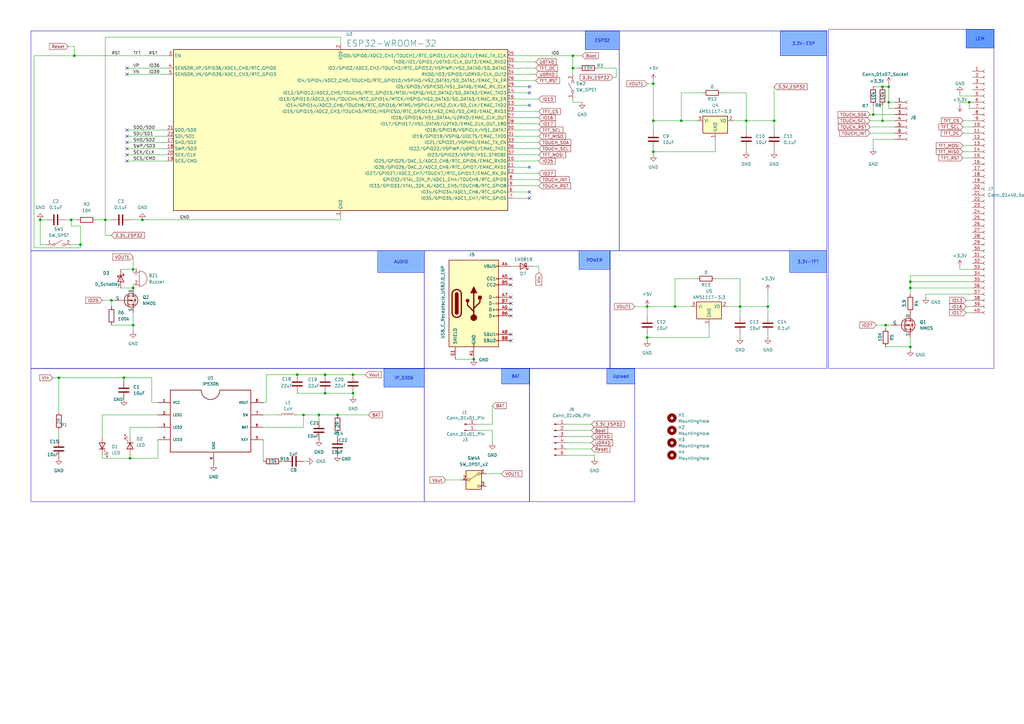
<source format=kicad_sch>
(kicad_sch (version 20231120) (generator "eeschema") (generator_version "8.0")
  (paper "A3")
  (lib_symbols
    (symbol "Connector:Conn_01x01_Pin" (pin_names (offset 1.016) hide)
      (property "Reference" "J" (at 0 2.54 0))
      (property "Value" "Conn_01x01_Pin" (at 0 -2.54 0))
      (symbol "Conn_01x01_Pin_1_1"
        (pin passive line (at 5.08 0 180) (length 3.81) (name "Pin_1") (number "1"))
      )
    )
    (symbol "Connector:Conn_01x06_Pin" (pin_names (offset 1.016) hide)
      (property "Reference" "J" (at 0 7.62 0))
      (property "Value" "Conn_01x06_Pin" (at 0 -10.16 0))
      (symbol "Conn_01x06_Pin_1_1"
        (pin passive line (at 5.08 5.08 180) (length 3.81) (name "Pin_1") (number "1"))
        (pin passive line (at 5.08 2.54 180) (length 3.81) (name "Pin_2") (number "2"))
        (pin passive line (at 5.08 0 180) (length 3.81) (name "Pin_3") (number "3"))
        (pin passive line (at 5.08 -2.54 180) (length 3.81) (name "Pin_4") (number "4"))
        (pin passive line (at 5.08 -5.08 180) (length 3.81) (name "Pin_5") (number "5"))
        (pin passive line (at 5.08 -7.62 180) (length 3.81) (name "Pin_6") (number "6"))
      )
    )
    (symbol "Connector:Conn_01x07_Socket" (pin_names (offset 1.016) hide)
      (property "Reference" "J" (at 0 10.16 0))
      (property "Value" "Conn_01x07_Socket" (at 0 -10.16 0))
      (symbol "Conn_01x07_Socket_1_1"
        (pin passive line (at -5.08 7.62 0) (length 3.81) (name "Pin_1") (number "1"))
        (pin passive line (at -5.08 5.08 0) (length 3.81) (name "Pin_2") (number "2"))
        (pin passive line (at -5.08 2.54 0) (length 3.81) (name "Pin_3") (number "3"))
        (pin passive line (at -5.08 0 0) (length 3.81) (name "Pin_4") (number "4"))
        (pin passive line (at -5.08 -2.54 0) (length 3.81) (name "Pin_5") (number "5"))
        (pin passive line (at -5.08 -5.08 0) (length 3.81) (name "Pin_6") (number "6"))
        (pin passive line (at -5.08 -7.62 0) (length 3.81) (name "Pin_7") (number "7"))
      )
    )
    (symbol "Connector:Conn_01x40_Socket" (pin_names (offset 1.016) hide)
      (property "Reference" "J" (at 0 50.8 0))
      (property "Value" "Conn_01x40_Socket" (at 0 -53.34 0))
      (symbol "Conn_01x40_Socket_1_1"
        (pin passive line (at -5.08 48.26 0) (length 3.81) (name "Pin_1") (number "1"))
        (pin passive line (at -5.08 25.4 0) (length 3.81) (name "Pin_10") (number "10"))
        (pin passive line (at -5.08 22.86 0) (length 3.81) (name "Pin_11") (number "11"))
        (pin passive line (at -5.08 20.32 0) (length 3.81) (name "Pin_12") (number "12"))
        (pin passive line (at -5.08 17.78 0) (length 3.81) (name "Pin_13") (number "13"))
        (pin passive line (at -5.08 15.24 0) (length 3.81) (name "Pin_14") (number "14"))
        (pin passive line (at -5.08 12.7 0) (length 3.81) (name "Pin_15") (number "15"))
        (pin passive line (at -5.08 10.16 0) (length 3.81) (name "Pin_16") (number "16"))
        (pin passive line (at -5.08 7.62 0) (length 3.81) (name "Pin_17") (number "17"))
        (pin passive line (at -5.08 5.08 0) (length 3.81) (name "Pin_18") (number "18"))
        (pin passive line (at -5.08 2.54 0) (length 3.81) (name "Pin_19") (number "19"))
        (pin passive line (at -5.08 45.72 0) (length 3.81) (name "Pin_2") (number "2"))
        (pin passive line (at -5.08 0 0) (length 3.81) (name "Pin_20") (number "20"))
        (pin passive line (at -5.08 -2.54 0) (length 3.81) (name "Pin_21") (number "21"))
        (pin passive line (at -5.08 -5.08 0) (length 3.81) (name "Pin_22") (number "22"))
        (pin passive line (at -5.08 -7.62 0) (length 3.81) (name "Pin_23") (number "23"))
        (pin passive line (at -5.08 -10.16 0) (length 3.81) (name "Pin_24") (number "24"))
        (pin passive line (at -5.08 -12.7 0) (length 3.81) (name "Pin_25") (number "25"))
        (pin passive line (at -5.08 -15.24 0) (length 3.81) (name "Pin_26") (number "26"))
        (pin passive line (at -5.08 -17.78 0) (length 3.81) (name "Pin_27") (number "27"))
        (pin passive line (at -5.08 -20.32 0) (length 3.81) (name "Pin_28") (number "28"))
        (pin passive line (at -5.08 -22.86 0) (length 3.81) (name "Pin_29") (number "29"))
        (pin passive line (at -5.08 43.18 0) (length 3.81) (name "Pin_3") (number "3"))
        (pin passive line (at -5.08 -25.4 0) (length 3.81) (name "Pin_30") (number "30"))
        (pin passive line (at -5.08 -27.94 0) (length 3.81) (name "Pin_31") (number "31"))
        (pin passive line (at -5.08 -30.48 0) (length 3.81) (name "Pin_32") (number "32"))
        (pin passive line (at -5.08 -33.02 0) (length 3.81) (name "Pin_33") (number "33"))
        (pin passive line (at -5.08 -35.56 0) (length 3.81) (name "Pin_34") (number "34"))
        (pin passive line (at -5.08 -38.1 0) (length 3.81) (name "Pin_35") (number "35"))
        (pin passive line (at -5.08 -40.64 0) (length 3.81) (name "Pin_36") (number "36"))
        (pin passive line (at -5.08 -43.18 0) (length 3.81) (name "Pin_37") (number "37"))
        (pin passive line (at -5.08 -45.72 0) (length 3.81) (name "Pin_38") (number "38"))
        (pin passive line (at -5.08 -48.26 0) (length 3.81) (name "Pin_39") (number "39"))
        (pin passive line (at -5.08 40.64 0) (length 3.81) (name "Pin_4") (number "4"))
        (pin passive line (at -5.08 -50.8 0) (length 3.81) (name "Pin_40") (number "40"))
        (pin passive line (at -5.08 38.1 0) (length 3.81) (name "Pin_5") (number "5"))
        (pin passive line (at -5.08 35.56 0) (length 3.81) (name "Pin_6") (number "6"))
        (pin passive line (at -5.08 33.02 0) (length 3.81) (name "Pin_7") (number "7"))
        (pin passive line (at -5.08 30.48 0) (length 3.81) (name "Pin_8") (number "8"))
        (pin passive line (at -5.08 27.94 0) (length 3.81) (name "Pin_9") (number "9"))
      )
    )
    (symbol "Connector:USB_C_Receptacle_USB2.0_16P" (pin_names (offset 1.016))
      (property "Reference" "J" (at 0 22.225 0))
      (property "Value" "USB_C_Receptacle_USB2.0_16P" (at 0 19.685 0))
      (symbol "USB_C_Receptacle_USB2.0_16P_1_1"
        (pin passive line (at 0 -22.86 90) (length 5.08) (name "GND") (number "A1"))
        (pin passive line (at 0 -22.86 90) (length 5.08) hide (name "GND") (number "A12"))
        (pin passive line (at 15.24 15.24 180) (length 5.08) (name "VBUS") (number "A4"))
        (pin bidirectional line (at 15.24 10.16 180) (length 5.08) (name "CC1") (number "A5"))
        (pin bidirectional line (at 15.24 -2.54 180) (length 5.08) (name "D+") (number "A6"))
        (pin bidirectional line (at 15.24 2.54 180) (length 5.08) (name "D-") (number "A7"))
        (pin bidirectional line (at 15.24 -12.7 180) (length 5.08) (name "SBU1") (number "A8"))
        (pin passive line (at 15.24 15.24 180) (length 5.08) hide (name "VBUS") (number "A9"))
        (pin passive line (at 0 -22.86 90) (length 5.08) hide (name "GND") (number "B1"))
        (pin passive line (at 0 -22.86 90) (length 5.08) hide (name "GND") (number "B12"))
        (pin passive line (at 15.24 15.24 180) (length 5.08) hide (name "VBUS") (number "B4"))
        (pin bidirectional line (at 15.24 7.62 180) (length 5.08) (name "CC2") (number "B5"))
        (pin bidirectional line (at 15.24 -5.08 180) (length 5.08) (name "D+") (number "B6"))
        (pin bidirectional line (at 15.24 0 180) (length 5.08) (name "D-") (number "B7"))
        (pin bidirectional line (at 15.24 -15.24 180) (length 5.08) (name "SBU2") (number "B8"))
        (pin passive line (at 15.24 15.24 180) (length 5.08) hide (name "VBUS") (number "B9"))
        (pin passive line (at -7.62 -22.86 90) (length 5.08) (name "SHIELD") (number "S1"))
      )
    )
    (symbol "Device:Buzzer" (pin_names (offset 0.0254) hide)
      (property "Reference" "BZ" (at 3.81 1.27 0))
      (property "Value" "Buzzer" (at 3.81 -1.27 0))
      (symbol "Buzzer_1_1"
        (pin passive line (at -2.54 2.54 0) (length 2.54) (name "+") (number "1"))
        (pin passive line (at -2.54 -2.54 0) (length 2.54) (name "-") (number "2"))
      )
    )
    (symbol "Device:C" (pin_numbers hide) (pin_names (offset 0.254))
      (property "Reference" "C" (at 0.635 2.54 0))
      (property "Value" "C" (at 0.635 -2.54 0))
      (symbol "C_1_1"
        (pin passive line (at 0 3.81 270) (length 2.794) (name "~") (number "1"))
        (pin passive line (at 0 -3.81 90) (length 2.794) (name "~") (number "2"))
      )
    )
    (symbol "Device:D_Schottky" (pin_numbers hide) (pin_names (offset 1.016) hide)
      (property "Reference" "D" (at 0 2.54 0))
      (property "Value" "D_Schottky" (at 0 -2.54 0))
      (symbol "D_Schottky_1_1"
        (pin passive line (at -3.81 0 0) (length 2.54) (name "K") (number "1"))
        (pin passive line (at 3.81 0 180) (length 2.54) (name "A") (number "2"))
      )
    )
    (symbol "Device:LED" (pin_numbers hide) (pin_names (offset 1.016) hide)
      (property "Reference" "D" (at 0 2.54 0))
      (property "Value" "LED" (at 0 -2.54 0))
      (symbol "LED_1_1"
        (pin passive line (at -3.81 0 0) (length 2.54) (name "K") (number "1"))
        (pin passive line (at 3.81 0 180) (length 2.54) (name "A") (number "2"))
      )
    )
    (symbol "Device:R" (pin_numbers hide) (pin_names (offset 0))
      (property "Reference" "R" (at 2.032 0 90))
      (property "Value" "R" (at 0 0 90))
      (symbol "R_1_1"
        (pin passive line (at 0 3.81 270) (length 1.27) (name "~") (number "1"))
        (pin passive line (at 0 -3.81 90) (length 1.27) (name "~") (number "2"))
      )
    )
    (symbol "Diode:1N5819" (pin_numbers hide) (pin_names (offset 1.016) hide)
      (property "Reference" "D" (at 0 2.54 0))
      (property "Value" "1N5819" (at 0 -2.54 0))
      (symbol "1N5819_1_1"
        (pin passive line (at -3.81 0 0) (length 2.54) (name "K") (number "1"))
        (pin passive line (at 3.81 0 180) (length 2.54) (name "A") (number "2"))
      )
    )
    (symbol "IP5306:IP5306" (pin_names (offset 1.016))
      (property "Reference" "U" (at 12.7 17.78 0))
      (property "Value" "IP5306" (at 12.7 15.24 0))
      (symbol "IP5306_0_0"
        (pin power_in line (at -5.08 20.32 0) (length 5.08) (name "VCC") (number "1"))
        (pin output line (at -5.08 15.24 0) (length 5.08) (name "LED1") (number "2"))
        (pin output line (at -5.08 10.16 0) (length 5.08) (name "LED2") (number "3"))
        (pin output line (at -5.08 5.08 0) (length 5.08) (name "LED3") (number "4"))
        (pin input line (at 38.1 5.08 180) (length 5.08) (name "KEY") (number "5"))
        (pin input line (at 38.1 10.16 180) (length 5.08) (name "BAT") (number "6"))
        (pin output line (at 38.1 15.24 180) (length 5.08) (name "SW") (number "7"))
        (pin output line (at 38.1 20.32 180) (length 5.08) (name "VOUT") (number "8"))
        (pin power_in line (at 17.78 -5.08 90) (length 5.08) (name "GND") (number "9"))
      )
    )
    (symbol "Mechanical:MountingHole" (pin_names (offset 1.016)) (exclude_from_sim yes) (in_bom no)
      (property "Reference" "H" (at 0 5.08 0))
      (property "Value" "MountingHole" (at 0 3.175 0))
    )
    (symbol "NMOS_1" (pin_numbers hide) (pin_names (offset 0))
      (property "Reference" "Q2" (at 6.35 1.2701 0))
      (property "Value" "NMOS" (at 6.35 -1.2699 0))
      (symbol "NMOS_1_1_1"
        (pin input line (at -5.08 0 0) (length 2.54) (name "G") (number "1"))
        (pin passive line (at 2.54 -5.08 90) (length 2.54) (name "S") (number "2"))
        (pin passive line (at 2.54 5.08 270) (length 2.54) (name "D") (number "3"))
      )
    )
    (symbol "Regulator_Linear:AMS1117-3.3"
      (property "Reference" "U" (at -3.81 3.175 0))
      (property "Value" "AMS1117-3.3" (at 0 3.175 0))
      (symbol "AMS1117-3.3_1_1"
        (pin power_in line (at 0 -7.62 90) (length 2.54) (name "GND") (number "1"))
        (pin power_out line (at 7.62 0 180) (length 2.54) (name "VO") (number "2"))
        (pin power_in line (at -7.62 0 0) (length 2.54) (name "VI") (number "3"))
      )
    )
    (symbol "Simulation_SPICE:NMOS" (pin_numbers hide) (pin_names (offset 0))
      (property "Reference" "Q1" (at 6.35 1.2701 0))
      (property "Value" "NMOS" (at 6.35 -1.2699 0))
      (symbol "NMOS_1_1"
        (pin input line (at -5.08 0 0) (length 2.54) (name "G") (number "1"))
        (pin passive line (at 2.54 -5.08 90) (length 2.54) (name "S") (number "2"))
        (pin passive line (at 2.54 5.08 270) (length 2.54) (name "D") (number "3"))
      )
    )
    (symbol "Switch:SW_DPDT_x2" (pin_names (offset 0) hide)
      (property "Reference" "SW" (at 0 5.08 0))
      (property "Value" "SW_DPDT_x2" (at 0 -5.08 0))
      (symbol "SW_DPDT_x2_1_1"
        (pin passive line (at 5.08 2.54 180) (length 2.54) (name "A") (number "1"))
        (pin passive line (at -5.08 0 0) (length 2.54) (name "B") (number "2"))
        (pin passive line (at 5.08 -2.54 180) (length 2.54) (name "C") (number "3"))
      )
      (symbol "SW_DPDT_x2_2_1"
        (pin passive line (at 5.08 2.54 180) (length 2.54) (name "A") (number "4"))
        (pin passive line (at -5.08 0 0) (length 2.54) (name "B") (number "5"))
        (pin passive line (at 5.08 -2.54 180) (length 2.54) (name "C") (number "6"))
      )
    )
    (symbol "Switch:SW_SPST" (pin_names (offset 0) hide)
      (property "Reference" "SW" (at 0 3.175 0))
      (property "Value" "SW_SPST" (at 0 -2.54 0))
      (symbol "SW_SPST_1_1"
        (pin passive line (at -5.08 0 0) (length 2.54) (name "A") (number "1"))
        (pin passive line (at 5.08 0 180) (length 2.54) (name "B") (number "2"))
      )
    )
    (symbol "Symbols:ESP32-WROOM-32"
      (property "Reference" "U" (at -68.58 36.83 0))
      (property "Value" "ESP32-WROOM-32" (at 31.75 38.1 0))
      (symbol "ESP32-WROOM-32_1_1"
        (pin power_in line (at 0 -33.02 90) (length 2.54) (name "GND") (number "1"))
        (pin bidirectional line (at 71.12 -10.16 180) (length 2.54) (name "IO25/GPIO25/DAC_1/ADC2_CH8/RTC_GPIO6/EMAC_RXD0") (number "10"))
        (pin bidirectional line (at 71.12 -12.7 180) (length 2.54) (name "IO26/GPIO26/DAC_2/ADC2_CH9/RTC_GPIO7/EMAC_RXD1") (number "11"))
        (pin bidirectional line (at 71.12 -15.24 180) (length 2.54) (name "IO27/GPIO27/ADC2_CH7/TOUCH7/RTC_GPIO17/EMAC_RX_DV") (number "12"))
        (pin bidirectional line (at 71.12 12.7 180) (length 2.54) (name "IO14/GPIO14/ADC2_CH6/TOUCH6/RTC_GPIO16/MTMS/HSPICLK/HS2_CLK/SD_CLK/EMAC_TXD2") (number "13"))
        (pin bidirectional line (at 71.12 17.78 180) (length 2.54) (name "IO12/GPIO12/ADC2_CH5/TOUCH5/RTC_GPIO15/MTDI/HSPIQ/HS2_DATA2/SD_DATA2/EMAC_TXD3") (number "14"))
        (pin passive line (at 0 -33.02 90) (length 2.54) hide (name "GND") (number "15"))
        (pin bidirectional line (at 71.12 15.24 180) (length 2.54) (name "IO13/GPIO13/ADC2_CH4/TOUCH4/RTC_GPIO14/MTCK/HSPID/HS2_DATA3/SD_DATA3/EMAC_RX_ER") (number "16"))
        (pin bidirectional line (at -71.12 -2.54 0) (length 2.54) (name "SHD/SD2") (number "17"))
        (pin bidirectional line (at -71.12 -5.08 0) (length 2.54) (name "SWP/SD3") (number "18"))
        (pin bidirectional line (at -71.12 -10.16 0) (length 2.54) (name "SCS/CMD") (number "19"))
        (pin power_in line (at 0 38.1 270) (length 2.54) (name "VDD") (number "2"))
        (pin bidirectional line (at -71.12 -7.62 0) (length 2.54) (name "SCK/CLK") (number "20"))
        (pin bidirectional line (at -71.12 2.54 0) (length 2.54) (name "SDO/SD0") (number "21"))
        (pin bidirectional line (at -71.12 0 0) (length 2.54) (name "SDI/SD1") (number "22"))
        (pin bidirectional line (at 71.12 10.16 180) (length 2.54) (name "IO15/GPIO15/ADC2_CH3/TOUCH3/MTDO/HSPICSO/RTC_GPIO13/HS2_CMD/SD_CMD/EMAC_RXD3") (number "23"))
        (pin bidirectional line (at 71.12 27.94 180) (length 2.54) (name "IO2/GPIO2/ADC2_CH2/TOUCH2/RTC_GPIO12/HSPIWP/HS2_DATA0/SD_DATAO") (number "24"))
        (pin bidirectional line (at 71.12 33.02 180) (length 2.54) (name "IO0/GPIO0/ADC2_CH1/TOUCH1/RTC_GPIO11/CLK_OUT1/EMAC_TX_CLK") (number "25"))
        (pin bidirectional line (at 71.12 22.86 180) (length 2.54) (name "IO4/GPIO4/ADC2_CH0/TOUCHO/RTC_GPIO10/HSPIHD/HS2_DATA1/SD_DATA1/EMAC_TX_ER") (number "26"))
        (pin bidirectional line (at 71.12 7.62 180) (length 2.54) (name "IO16/GPIO16/HS1_DATA4/U2RXD/EMAC_CLK_OUT") (number "27"))
        (pin bidirectional line (at 71.12 5.08 180) (length 2.54) (name "IO17/GPIO17/HS1_DATA5/U2TXD/EMAC_CLK_OUT_180") (number "28"))
        (pin bidirectional line (at 71.12 20.32 180) (length 2.54) (name "IO5/GPIO5/VSPICSO/HS1_DATA6/EMAC_RX_CLK") (number "29"))
        (pin input line (at -71.12 33.02 0) (length 2.54) (name "EN") (number "3"))
        (pin bidirectional line (at 71.12 2.54 180) (length 2.54) (name "IO18/GPIO18/VSPICLK/HS1_DATA7") (number "30"))
        (pin bidirectional line (at 71.12 0 180) (length 2.54) (name "IO19/GPIO19/VSPIQ/UOCTS/EMAC_TXD0") (number "31"))
        (pin no_connect line (at -71.12 -20.32 0) (length 2.54) hide (name "NC") (number "32"))
        (pin bidirectional line (at 71.12 -2.54 180) (length 2.54) (name "IO21/GPIO21/VSPIHD/EMAC_TX_EN") (number "33"))
        (pin bidirectional line (at 71.12 25.4 180) (length 2.54) (name "RXD0/IO3/GPIO3/U0RXD/CLK_OUT2") (number "34"))
        (pin bidirectional line (at 71.12 30.48 180) (length 2.54) (name "TXD0/IO1/GPIO1/U0TXD/CLK_OUT3/EMAC_RXD2") (number "35"))
        (pin bidirectional line (at 71.12 -5.08 180) (length 2.54) (name "IO22/GPIO22/VSPIWP/U0RTS/EMAC_TXD1") (number "36"))
        (pin bidirectional line (at 71.12 -7.62 180) (length 2.54) (name "IO23/GPIO23/VSPID/HS1_STROBE") (number "37"))
        (pin passive line (at 0 -33.02 90) (length 2.54) hide (name "GND") (number "38"))
        (pin passive line (at 0 -33.02 90) (length 2.54) hide (name "GND") (number "39"))
        (pin input line (at -71.12 27.94 0) (length 2.54) (name "SENSOR_VP/GPIO36/ADC1_CH0/RTC_GPIO0") (number "4"))
        (pin input line (at -71.12 25.4 0) (length 2.54) (name "SENSOR_VN/GPIO39/ADC1_CH3/RTC_GPIO3") (number "5"))
        (pin input line (at 71.12 -22.86 180) (length 2.54) (name "IO34/GPIO34/ADC1_CH6/RTC_GPIO4") (number "6"))
        (pin input line (at 71.12 -25.4 180) (length 2.54) (name "IO35/GPIO35/ADC1_CH7/RTC_GPIO5") (number "7"))
        (pin bidirectional line (at 71.12 -17.78 180) (length 2.54) (name "GPIO32/XTAL_32K_P/ADC1_CH4/TOUCH9/RTC_GPIO9") (number "8"))
        (pin bidirectional line (at 71.12 -20.32 180) (length 2.54) (name "IO33/GPIO33/XTAL_32K_N/ADC1_CH5/TOUCH8/RTC_GPIO8") (number "9"))
      )
    )
    (symbol "Symbols:L" (pin_numbers hide) (pin_names (offset 1.016) hide)
      (property "Reference" "L" (at -1.27 0 90))
      (property "Value" "L" (at 1.905 0 90))
      (symbol "L_1_1"
        (pin passive line (at 0 3.81 270) (length 1.27) (name "1") (number "1"))
        (pin passive line (at 0 -3.81 90) (length 1.27) (name "2") (number "2"))
      )
    )
    (symbol "power:+3.3V" (power) (pin_numbers hide) (pin_names (offset 0) hide)
      (property "Value" "+3.3V" (at 0 3.556 0))
      (symbol "+3.3V_1_1"
        (pin power_in line (at 0 0 90) (length 0) (name "~") (number "1"))
      )
    )
    (symbol "power:+5V" (power) (pin_numbers hide) (pin_names (offset 0) hide)
      (property "Value" "+5V" (at 0 3.556 0))
      (symbol "+5V_1_1"
        (pin power_in line (at 0 0 90) (length 0) (name "~") (number "1"))
      )
    )
    (symbol "power:GND" (power) (pin_numbers hide) (pin_names (offset 0) hide)
      (property "Value" "GND" (at 0 -3.81 0))
      (symbol "GND_1_1"
        (pin power_in line (at 0 0 270) (length 0) (name "~") (number "1"))
      )
    )
  )
  (junction (at 364.49 41.91))
  (junction (at 58.42 90.17))
  (junction (at 130.81 170.18))
  (junction (at 373.38 115.57))
  (junction (at 138.43 170.18))
  (junction (at 133.35 153.67))
  (junction (at 373.38 118.11))
  (junction (at 24.13 154.94))
  (junction (at 234.95 22.86))
  (junction (at 364.49 35.56))
  (junction (at 373.38 142.24))
  (junction (at 133.35 161.29))
  (junction (at 265.43 125.73))
  (junction (at 317.5 49.53))
  (junction (at 361.95 35.56))
  (junction (at 121.92 153.67))
  (junction (at 45.72 123.19))
  (junction (at 267.97 62.23))
  (junction (at 276.86 125.73))
  (junction (at 144.78 161.29))
  (junction (at 361.95 49.53))
  (junction (at 363.22 133.35))
  (junction (at 16.51 90.17))
  (junction (at 54.61 133.35))
  (junction (at 194.31 147.32))
  (junction (at 144.78 153.67))
  (junction (at 279.4 49.53))
  (junction (at 265.43 138.43))
  (junction (at 33.02 100.33))
  (junction (at 306.07 49.53))
  (junction (at 397.51 41.91))
  (junction (at 267.97 34.29))
  (junction (at 314.96 125.73))
  (junction (at 303.53 125.73))
  (junction (at 54.61 118.11))
  (junction (at 267.97 49.53))
  (junction (at 30.48 22.86))
  (junction (at 43.18 90.17))
  (junction (at 29.21 90.17))
  (junction (at 124.46 170.18))
  (junction (at 358.14 46.99))
  (junction (at 50.8 154.94))
  (junction (at 54.61 110.49))
  (junction (at 234.95 27.94))
  (junction (at 53.34 187.96))
  (no_connect (at 217.17 78.74))
  (no_connect (at 52.07 66.04))
  (no_connect (at 209.55 127))
  (no_connect (at 209.55 137.16))
  (no_connect (at 217.17 81.28))
  (no_connect (at 52.07 30.48))
  (no_connect (at 209.55 121.92))
  (no_connect (at 209.55 114.3))
  (no_connect (at 52.07 53.34))
  (no_connect (at 209.55 124.46))
  (no_connect (at 52.07 27.94))
  (no_connect (at 217.17 43.18))
  (no_connect (at 52.07 60.96))
  (no_connect (at 209.55 116.84))
  (no_connect (at 217.17 38.1))
  (no_connect (at 209.55 139.7))
  (no_connect (at 217.17 35.56))
  (no_connect (at 209.55 129.54))
  (no_connect (at 52.07 63.5))
  (no_connect (at 217.17 68.58))
  (no_connect (at 52.07 55.88))
  (no_connect (at 52.07 58.42))
  (wire (pts (xy 68.58 22.86) (xy 30.48 22.86)))
  (wire (pts (xy 359.41 133.35) (xy 363.22 133.35)))
  (wire (pts (xy 24.13 176.53) (xy 24.13 180.34)))
  (wire (pts (xy 49.53 110.49) (xy 54.61 110.49)))
  (wire (pts (xy 133.35 161.29) (xy 144.78 161.29)))
  (wire (pts (xy 107.95 170.18) (xy 114.3 170.18)))
  (wire (pts (xy 210.82 73.66) (xy 220.98 73.66)))
  (wire (pts (xy 24.13 154.94) (xy 24.13 168.91)))
  (wire (pts (xy 267.97 62.23) (xy 267.97 63.5)))
  (wire (pts (xy 396.24 128.27) (xy 398.78 128.27)))
  (wire (pts (xy 300.99 49.53) (xy 306.07 49.53)))
  (wire (pts (xy 303.53 125.73) (xy 314.96 125.73)))
  (wire (pts (xy 396.24 123.19) (xy 398.78 123.19)))
  (wire (pts (xy 121.92 153.67) (xy 133.35 153.67)))
  (wire (pts (xy 54.61 116.84) (xy 54.61 118.11)))
  (wire (pts (xy 107.95 180.34) (xy 107.95 189.23)))
  (wire (pts (xy 30.48 22.86) (xy 13.97 22.86)))
  (wire (pts (xy 295.91 38.1) (xy 306.07 38.1)))
  (wire (pts (xy 358.14 46.99) (xy 367.03 46.99)))
  (wire (pts (xy 29.21 90.17) (xy 31.75 90.17)))
  (wire (pts (xy 361.95 43.18) (xy 361.95 49.53)))
  (wire (pts (xy 45.72 123.19) (xy 46.99 123.19)))
  (wire (pts (xy 210.82 60.96) (xy 220.98 60.96)))
  (wire (pts (xy 68.58 53.34) (xy 52.07 53.34)))
  (wire (pts (xy 124.46 170.18) (xy 130.81 170.18)))
  (wire (pts (xy 16.51 100.33) (xy 16.51 90.17)))
  (wire (pts (xy 115.57 189.23) (xy 116.84 189.23)))
  (wire (pts (xy 232.41 186.69) (xy 243.84 186.69)))
  (wire (pts (xy 373.38 118.11) (xy 398.78 118.11)))
  (wire (pts (xy 358.14 43.18) (xy 358.14 46.99)))
  (wire (pts (xy 43.18 15.24) (xy 43.18 90.17)))
  (wire (pts (xy 363.22 142.24) (xy 373.38 142.24)))
  (wire (pts (xy 245.11 27.94) (xy 252.73 27.94)))
  (wire (pts (xy 290.83 133.35) (xy 290.83 138.43)))
  (wire (pts (xy 13.97 101.6) (xy 33.02 101.6)))
  (wire (pts (xy 41.91 170.18) (xy 64.77 170.18)))
  (wire (pts (xy 394.97 54.61) (xy 398.78 54.61)))
  (wire (pts (xy 373.38 113.03) (xy 373.38 115.57)))
  (wire (pts (xy 58.42 90.17) (xy 139.7 90.17)))
  (wire (pts (xy 356.87 54.61) (xy 367.03 54.61)))
  (wire (pts (xy 373.38 115.57) (xy 398.78 115.57)))
  (wire (pts (xy 52.07 58.42) (xy 68.58 58.42)))
  (wire (pts (xy 52.07 30.48) (xy 68.58 30.48)))
  (wire (pts (xy 210.82 22.86) (xy 234.95 22.86)))
  (wire (pts (xy 210.82 35.56) (xy 217.17 35.56)))
  (wire (pts (xy 30.48 19.05) (xy 30.48 22.86)))
  (wire (pts (xy 29.21 100.33) (xy 33.02 100.33)))
  (wire (pts (xy 124.46 170.18) (xy 121.92 170.18)))
  (wire (pts (xy 288.29 38.1) (xy 279.4 38.1)))
  (wire (pts (xy 62.23 154.94) (xy 62.23 165.1)))
  (wire (pts (xy 109.22 165.1) (xy 109.22 153.67)))
  (wire (pts (xy 267.97 60.96) (xy 267.97 62.23)))
  (wire (pts (xy 186.69 147.32) (xy 194.31 147.32)))
  (wire (pts (xy 41.91 187.96) (xy 41.91 186.69)))
  (wire (pts (xy 393.7 110.49) (xy 393.7 109.22)))
  (wire (pts (xy 265.43 34.29) (xy 267.97 34.29)))
  (wire (pts (xy 53.34 175.26) (xy 53.34 179.07)))
  (wire (pts (xy 39.37 90.17) (xy 43.18 90.17)))
  (wire (pts (xy 398.78 120.65) (xy 379.73 120.65)))
  (wire (pts (xy 358.14 35.56) (xy 361.95 35.56)))
  (wire (pts (xy 54.61 110.49) (xy 54.61 111.76)))
  (wire (pts (xy 252.73 31.75) (xy 251.46 31.75)))
  (wire (pts (xy 41.91 123.19) (xy 45.72 123.19)))
  (wire (pts (xy 290.83 138.43) (xy 265.43 138.43)))
  (wire (pts (xy 210.82 48.26) (xy 220.98 48.26)))
  (wire (pts (xy 210.82 55.88) (xy 220.98 55.88)))
  (wire (pts (xy 33.02 92.71) (xy 29.21 92.71)))
  (wire (pts (xy 210.82 33.02) (xy 219.71 33.02)))
  (wire (pts (xy 62.23 165.1) (xy 64.77 165.1)))
  (wire (pts (xy 361.95 49.53) (xy 367.03 49.53)))
  (wire (pts (xy 210.82 58.42) (xy 220.98 58.42)))
  (wire (pts (xy 64.77 180.34) (xy 64.77 187.96)))
  (wire (pts (xy 367.03 57.15) (xy 358.14 57.15)))
  (wire (pts (xy 252.73 27.94) (xy 252.73 31.75)))
  (wire (pts (xy 13.97 22.86) (xy 13.97 101.6)))
  (wire (pts (xy 267.97 49.53) (xy 267.97 53.34)))
  (wire (pts (xy 314.96 119.38) (xy 314.96 125.73)))
  (wire (pts (xy 45.72 133.35) (xy 54.61 133.35)))
  (wire (pts (xy 356.87 46.99) (xy 358.14 46.99)))
  (wire (pts (xy 53.34 90.17) (xy 58.42 90.17)))
  (wire (pts (xy 293.37 57.15) (xy 293.37 62.23)))
  (wire (pts (xy 306.07 38.1) (xy 306.07 49.53)))
  (wire (pts (xy 243.84 186.69) (xy 243.84 187.96)))
  (wire (pts (xy 234.95 27.94) (xy 237.49 27.94)))
  (wire (pts (xy 121.92 161.29) (xy 133.35 161.29)))
  (wire (pts (xy 267.97 49.53) (xy 279.4 49.53)))
  (wire (pts (xy 363.22 133.35) (xy 363.22 134.62)))
  (wire (pts (xy 43.18 90.17) (xy 43.18 96.52)))
  (wire (pts (xy 209.55 109.22) (xy 210.82 109.22)))
  (wire (pts (xy 220.98 111.76) (xy 220.98 109.22)))
  (wire (pts (xy 210.82 76.2) (xy 220.98 76.2)))
  (wire (pts (xy 298.45 125.73) (xy 303.53 125.73)))
  (wire (pts (xy 285.75 114.3) (xy 276.86 114.3)))
  (wire (pts (xy 130.81 172.72) (xy 130.81 170.18)))
  (wire (pts (xy 64.77 187.96) (xy 53.34 187.96)))
  (wire (pts (xy 293.37 114.3) (xy 303.53 114.3)))
  (wire (pts (xy 234.95 22.86) (xy 238.76 22.86)))
  (wire (pts (xy 397.51 44.45) (xy 398.78 44.45)))
  (wire (pts (xy 109.22 153.67) (xy 121.92 153.67)))
  (wire (pts (xy 107.95 175.26) (xy 124.46 175.26)))
  (wire (pts (xy 26.67 90.17) (xy 29.21 90.17)))
  (wire (pts (xy 50.8 154.94) (xy 62.23 154.94)))
  (wire (pts (xy 232.41 176.53) (xy 242.57 176.53)))
  (wire (pts (xy 210.82 27.94) (xy 219.71 27.94)))
  (wire (pts (xy 398.78 110.49) (xy 393.7 110.49)))
  (wire (pts (xy 43.18 90.17) (xy 45.72 90.17)))
  (wire (pts (xy 124.46 170.18) (xy 124.46 175.26)))
  (wire (pts (xy 314.96 125.73) (xy 314.96 129.54)))
  (wire (pts (xy 210.82 45.72) (xy 220.98 45.72)))
  (wire (pts (xy 393.7 39.37) (xy 393.7 38.1)))
  (wire (pts (xy 19.05 100.33) (xy 16.51 100.33)))
  (wire (pts (xy 234.95 41.91) (xy 234.95 40.64)))
  (wire (pts (xy 279.4 38.1) (xy 279.4 49.53)))
  (wire (pts (xy 210.82 50.8) (xy 220.98 50.8)))
  (wire (pts (xy 232.41 184.15) (xy 242.57 184.15)))
  (wire (pts (xy 279.4 49.53) (xy 285.75 49.53)))
  (wire (pts (xy 303.53 125.73) (xy 303.53 129.54)))
  (wire (pts (xy 43.18 15.24) (xy 139.7 15.24)))
  (wire (pts (xy 373.38 118.11) (xy 373.38 120.65)))
  (wire (pts (xy 364.49 34.29) (xy 364.49 35.56)))
  (wire (pts (xy 260.35 125.73) (xy 265.43 125.73)))
  (wire (pts (xy 133.35 153.67) (xy 144.78 153.67)))
  (wire (pts (xy 182.88 196.85) (xy 189.23 196.85)))
  (wire (pts (xy 210.82 43.18) (xy 217.17 43.18)))
  (wire (pts (xy 306.07 60.96) (xy 306.07 62.23)))
  (wire (pts (xy 394.97 62.23) (xy 398.78 62.23)))
  (wire (pts (xy 210.82 66.04) (xy 220.98 66.04)))
  (wire (pts (xy 52.07 55.88) (xy 68.58 55.88)))
  (wire (pts (xy 373.38 138.43) (xy 373.38 142.24)))
  (wire (pts (xy 394.97 64.77) (xy 398.78 64.77)))
  (wire (pts (xy 138.43 170.18) (xy 151.13 170.18)))
  (wire (pts (xy 356.87 52.07) (xy 367.03 52.07)))
  (wire (pts (xy 33.02 101.6) (xy 33.02 100.33)))
  (wire (pts (xy 317.5 35.56) (xy 317.5 49.53)))
  (wire (pts (xy 356.87 49.53) (xy 361.95 49.53)))
  (wire (pts (xy 53.34 186.69) (xy 53.34 187.96)))
  (wire (pts (xy 144.78 161.29) (xy 144.78 162.56)))
  (wire (pts (xy 394.97 52.07) (xy 398.78 52.07)))
  (wire (pts (xy 379.73 120.65) (xy 379.73 121.92)))
  (wire (pts (xy 21.59 154.94) (xy 24.13 154.94)))
  (wire (pts (xy 364.49 41.91) (xy 364.49 44.45)))
  (wire (pts (xy 27.94 19.05) (xy 30.48 19.05)))
  (wire (pts (xy 210.82 81.28) (xy 217.17 81.28)))
  (wire (pts (xy 232.41 179.07) (xy 242.57 179.07)))
  (wire (pts (xy 314.96 137.16) (xy 314.96 138.43)))
  (wire (pts (xy 210.82 30.48) (xy 219.71 30.48)))
  (wire (pts (xy 210.82 78.74) (xy 217.17 78.74)))
  (wire (pts (xy 201.93 181.61) (xy 201.93 176.53)))
  (wire (pts (xy 317.5 60.96) (xy 317.5 62.23)))
  (wire (pts (xy 232.41 173.99) (xy 242.57 173.99)))
  (wire (pts (xy 394.97 59.69) (xy 398.78 59.69)))
  (wire (pts (xy 24.13 154.94) (xy 50.8 154.94)))
  (wire (pts (xy 210.82 71.12) (xy 220.98 71.12)))
  (wire (pts (xy 306.07 49.53) (xy 306.07 53.34)))
  (wire (pts (xy 358.14 57.15) (xy 358.14 60.96)))
  (wire (pts (xy 373.38 113.03) (xy 398.78 113.03)))
  (wire (pts (xy 124.46 189.23) (xy 125.73 189.23)))
  (wire (pts (xy 363.22 133.35) (xy 365.76 133.35)))
  (wire (pts (xy 220.98 109.22) (xy 218.44 109.22)))
  (wire (pts (xy 364.49 44.45) (xy 367.03 44.45)))
  (wire (pts (xy 33.02 100.33) (xy 33.02 92.71)))
  (wire (pts (xy 293.37 62.23) (xy 267.97 62.23)))
  (wire (pts (xy 64.77 175.26) (xy 53.34 175.26)))
  (wire (pts (xy 54.61 133.35) (xy 54.61 135.89)))
  (wire (pts (xy 53.34 187.96) (xy 41.91 187.96)))
  (wire (pts (xy 265.43 125.73) (xy 276.86 125.73)))
  (wire (pts (xy 367.03 41.91) (xy 364.49 41.91)))
  (wire (pts (xy 210.82 68.58) (xy 217.17 68.58)))
  (wire (pts (xy 144.78 153.67) (xy 149.86 153.67)))
  (wire (pts (xy 396.24 125.73) (xy 398.78 125.73)))
  (wire (pts (xy 317.5 49.53) (xy 317.5 53.34)))
  (wire (pts (xy 210.82 40.64) (xy 220.98 40.64)))
  (wire (pts (xy 199.39 194.31) (xy 205.74 194.31)))
  (wire (pts (xy 210.82 63.5) (xy 220.98 63.5)))
  (wire (pts (xy 361.95 35.56) (xy 364.49 35.56)))
  (wire (pts (xy 139.7 88.9) (xy 139.7 90.17)))
  (wire (pts (xy 265.43 125.73) (xy 265.43 129.54)))
  (wire (pts (xy 398.78 39.37) (xy 393.7 39.37)))
  (wire (pts (xy 267.97 34.29) (xy 267.97 49.53)))
  (wire (pts (xy 398.78 41.91) (xy 397.51 41.91)))
  (wire (pts (xy 210.82 53.34) (xy 220.98 53.34)))
  (wire (pts (xy 210.82 38.1) (xy 217.17 38.1)))
  (wire (pts (xy 238.76 41.91) (xy 234.95 41.91)))
  (wire (pts (xy 139.7 15.24) (xy 139.7 17.78)))
  (wire (pts (xy 276.86 125.73) (xy 283.21 125.73)))
  (wire (pts (xy 52.07 63.5) (xy 68.58 63.5)))
  (wire (pts (xy 130.81 170.18) (xy 138.43 170.18)))
  (wire (pts (xy 29.21 92.71) (xy 29.21 90.17)))
  (wire (pts (xy 54.61 133.35) (xy 54.61 128.27)))
  (wire (pts (xy 201.93 173.99) (xy 195.58 173.99)))
  (wire (pts (xy 265.43 137.16) (xy 265.43 138.43)))
  (wire (pts (xy 107.95 165.1) (xy 109.22 165.1)))
  (wire (pts (xy 16.51 90.17) (xy 19.05 90.17)))
  (wire (pts (xy 373.38 142.24) (xy 373.38 143.51)))
  (wire (pts (xy 52.07 66.04) (xy 68.58 66.04)))
  (wire (pts (xy 267.97 33.02) (xy 267.97 34.29)))
  (wire (pts (xy 138.43 177.8) (xy 138.43 179.07)))
  (wire (pts (xy 52.07 27.94) (xy 68.58 27.94)))
  (wire (pts (xy 265.43 138.43) (xy 265.43 139.7)))
  (wire (pts (xy 43.18 96.52) (xy 45.72 96.52)))
  (wire (pts (xy 201.93 176.53) (xy 195.58 176.53)))
  (wire (pts (xy 306.07 49.53) (xy 317.5 49.53)))
  (wire (pts (xy 276.86 114.3) (xy 276.86 125.73)))
  (wire (pts (xy 364.49 35.56) (xy 364.49 41.91)))
  (wire (pts (xy 49.53 118.11) (xy 54.61 118.11)))
  (wire (pts (xy 303.53 114.3) (xy 303.53 125.73)))
  (wire (pts (xy 234.95 27.94) (xy 234.95 22.86)))
  (wire (pts (xy 397.51 41.91) (xy 397.51 44.45)))
  (wire (pts (xy 210.82 25.4) (xy 219.71 25.4)))
  (wire (pts (xy 303.53 137.16) (xy 303.53 138.43)))
  (wire (pts (xy 54.61 105.41) (xy 54.61 110.49)))
  (wire (pts (xy 394.97 49.53) (xy 398.78 49.53)))
  (wire (pts (xy 52.07 60.96) (xy 68.58 60.96)))
  (wire (pts (xy 393.7 41.91) (xy 397.51 41.91)))
  (wire (pts (xy 373.38 115.57) (xy 373.38 118.11)))
  (wire (pts (xy 45.72 123.19) (xy 45.72 125.73)))
  (wire (pts (xy 393.7 43.18) (xy 393.7 41.91)))
  (wire (pts (xy 234.95 27.94) (xy 234.95 30.48)))
  (wire (pts (xy 232.41 181.61) (xy 242.57 181.61)))
  (wire (pts (xy 201.93 166.37) (xy 201.93 173.99)))
  (wire (pts (xy 41.91 170.18) (xy 41.91 179.07)))
  (wire (pts (xy 50.8 154.94) (xy 50.8 156.21)))
  (rectangle (start 12.7 12.7) (end 254 102.87))
  (rectangle (start 12.7 151.13) (end 173.99 205.74))
  (rectangle (start 339.725 12.065) (end 407.67 151.13))
  (rectangle (start 254 12.7) (end 339.09 102.87))
  (rectangle (start 217.17 151.13) (end 260.35 205.74))
  (rectangle (start 250.19 102.87) (end 339.09 151.13))
  (rectangle (start 173.99 102.87) (end 250.19 151.13))
  (rectangle (start 173.99 151.13) (end 217.17 205.74))
  (rectangle (start 12.7 102.87) (end 173.99 151.13))
  (text_box "Upload" (at 248.92 151.13 0) (size 11.43 6.35) (fill (type color) (color 135 184 255 1)) (effects (font (size 1.27 1.27))))
  (text_box "3.3V-TFT" (at 323.85 102.87 0) (size 15.24 8.89) (fill (type color) (color 135 184 255 1)) (effects (font (size 1.27 1.27))))
  (text_box "ESP32\n" (at 240.03 12.7 0) (size 13.97 7.62) (fill (type color) (color 127 173 255 1)) (effects (font (size 1.27 1.27))))
  (text_box "LCM" (at 396.24 12.065 0) (size 11.43 7.62) (fill (type color) (color 97 157 255 1)) (effects (font (size 1.27 1.27))))
  (text_box "AUDIO" (at 154.94 102.87 0) (size 19.05 8.89) (fill (type color) (color 135 184 255 1)) (effects (font (size 1.27 1.27))))
  (text_box "3.3V-ESP" (at 320.04 12.7 0) (size 19.05 10.16) (fill (type color) (color 135 184 255 1)) (effects (font (size 1.27 1.27))))
  (text_box "IP_5306" (at 157.48 151.13 0) (size 16.51 7.62) (fill (type color) (color 135 184 255 1)) (effects (font (size 1.27 1.27))))
  (text_box "POWER" (at 237.49 102.87 0) (size 12.7 7.62) (fill (type color) (color 135 184 255 1)) (effects (font (size 1.27 1.27))))
  (text_box "BAT\n" (at 205.74 151.13 0) (size 11.43 6.35) (fill (type color) (color 135 184 255 1)) (effects (font (size 1.27 1.27))))
  (label "SDI{slash}SD1" (at 54.61 55.88 0))
  (label "SDO{slash}SD0" (at 54.61 53.34 0))
  (label "SCS{slash}CMD" (at 54.61 66.04 0))
  (label "TFT" (at 54.61 22.86 0))
  (label "RST" (at 45.72 22.86 0))
  (label "VP" (at 54.61 27.94 0))
  (label "IO0" (at 226.06 22.86 0))
  (label "SWP{slash}SD3" (at 54.61 60.96 0))
  (label "VN" (at 54.61 30.48 0))
  (label "GND" (at 73.66 90.17 0))
  (label "SHD{slash}SD2" (at 54.61 58.42 0))
  (label "SCK{slash}CLK" (at 54.61 63.5 0))
  (label "RST" (at 60.96 22.86 0))
  (label "IO39" (at 60.96 30.48 0))
  (label "IO36" (at 60.96 27.94 0))
  (global_label "TOUCH_SDA" (shape input) (at 356.87 46.99 180) (property "Intersheetrefs" "${INTERSHEET_REFS}" (effects (hide yes))))
  (global_label "TOUCH_RST" (shape input) (at 356.87 52.07 180) (property "Intersheetrefs" "${INTERSHEET_REFS}" (effects (hide yes))))
  (global_label "3.3V_ESP32" (shape input) (at 45.72 96.52 0) (property "Intersheetrefs" "${INTERSHEET_REFS}" (effects (hide yes))))
  (global_label "Reset" (shape input) (at 242.57 184.15 0) (property "Intersheetrefs" "${INTERSHEET_REFS}" (effects (hide yes))))
  (global_label "Boot" (shape input) (at 242.57 176.53 0) (property "Intersheetrefs" "${INTERSHEET_REFS}" (effects (hide yes))))
  (global_label "TOUCH_INT" (shape input) (at 220.98 73.66 0) (property "Intersheetrefs" "${INTERSHEET_REFS}" (effects (hide yes))))
  (global_label "TFT_SCL" (shape input) (at 394.97 52.07 180) (property "Intersheetrefs" "${INTERSHEET_REFS}" (effects (hide yes))))
  (global_label "Vin" (shape input) (at 220.98 111.76 270) (property "Intersheetrefs" "${INTERSHEET_REFS}" (effects (hide yes))))
  (global_label "U0TXD" (shape input) (at 242.57 179.07 0) (property "Intersheetrefs" "${INTERSHEET_REFS}" (effects (hide yes))))
  (global_label "Reset" (shape input) (at 27.94 19.05 180) (property "Intersheetrefs" "${INTERSHEET_REFS}" (effects (hide yes))))
  (global_label "U0RXD" (shape input) (at 242.57 181.61 0) (property "Intersheetrefs" "${INTERSHEET_REFS}" (effects (hide yes))))
  (global_label "BAT" (shape input) (at 201.93 166.37 0) (property "Intersheetrefs" "${INTERSHEET_REFS}" (effects (hide yes))))
  (global_label "IO25" (shape input) (at 41.91 123.19 180) (property "Intersheetrefs" "${INTERSHEET_REFS}" (effects (hide yes))))
  (global_label "TFT_MISO" (shape input) (at 220.98 55.88 0) (property "Intersheetrefs" "${INTERSHEET_REFS}" (effects (hide yes))))
  (global_label "IO13" (shape input) (at 220.98 40.64 0) (property "Intersheetrefs" "${INTERSHEET_REFS}" (effects (hide yes))))
  (global_label "TFT_MISO" (shape input) (at 394.97 62.23 180) (property "Intersheetrefs" "${INTERSHEET_REFS}" (effects (hide yes))))
  (global_label "TFT_CS" (shape input) (at 394.97 49.53 180) (property "Intersheetrefs" "${INTERSHEET_REFS}" (effects (hide yes))))
  (global_label "IO17" (shape input) (at 396.24 128.27 180) (property "Intersheetrefs" "${INTERSHEET_REFS}" (effects (hide yes))))
  (global_label "IO16" (shape input) (at 396.24 125.73 180) (property "Intersheetrefs" "${INTERSHEET_REFS}" (effects (hide yes))))
  (global_label "TOUCH_INT" (shape input) (at 356.87 54.61 180) (property "Intersheetrefs" "${INTERSHEET_REFS}" (effects (hide yes))))
  (global_label "Vin" (shape input) (at 21.59 154.94 180) (property "Intersheetrefs" "${INTERSHEET_REFS}" (effects (hide yes))))
  (global_label "IO17" (shape input) (at 220.98 50.8 0) (property "Intersheetrefs" "${INTERSHEET_REFS}" (effects (hide yes))))
  (global_label "3.3V_ESP32" (shape input) (at 242.57 173.99 0) (property "Intersheetrefs" "${INTERSHEET_REFS}" (effects (hide yes))))
  (global_label "IO13" (shape input) (at 396.24 123.19 180) (property "Intersheetrefs" "${INTERSHEET_REFS}" (effects (hide yes))))
  (global_label "TFT_MOSI" (shape input) (at 394.97 59.69 180) (property "Intersheetrefs" "${INTERSHEET_REFS}" (effects (hide yes))))
  (global_label "3.3V_ESP32" (shape input) (at 317.5 35.56 0) (property "Intersheetrefs" "${INTERSHEET_REFS}" (effects (hide yes))))
  (global_label "TFT_CS" (shape input) (at 220.98 45.72 0) (property "Intersheetrefs" "${INTERSHEET_REFS}" (effects (hide yes))))
  (global_label "IO27" (shape input) (at 220.98 71.12 0) (property "Intersheetrefs" "${INTERSHEET_REFS}" (effects (hide yes))))
  (global_label "VOUT1" (shape input) (at 265.43 34.29 180) (property "Intersheetrefs" "${INTERSHEET_REFS}" (effects (hide yes))))
  (global_label "VOUT1" (shape input) (at 205.74 194.31 0) (property "Intersheetrefs" "${INTERSHEET_REFS}" (effects (hide yes))))
  (global_label "Boot" (shape input) (at 238.76 22.86 0) (property "Intersheetrefs" "${INTERSHEET_REFS}" (effects (hide yes))))
  (global_label "IO16" (shape input) (at 220.98 48.26 0) (property "Intersheetrefs" "${INTERSHEET_REFS}" (effects (hide yes))))
  (global_label "3.3V_ESP32" (shape input) (at 251.46 31.75 180) (property "Intersheetrefs" "${INTERSHEET_REFS}" (effects (hide yes))))
  (global_label "U0TXD" (shape input) (at 219.71 25.4 0) (property "Intersheetrefs" "${INTERSHEET_REFS}" (effects (hide yes))))
  (global_label "TFT_SCL" (shape input) (at 220.98 53.34 0) (property "Intersheetrefs" "${INTERSHEET_REFS}" (effects (hide yes))))
  (global_label "TFT_DC" (shape input) (at 219.71 27.94 0) (property "Intersheetrefs" "${INTERSHEET_REFS}" (effects (hide yes))))
  (global_label "TOUCH_SCL" (shape input) (at 220.98 60.96 0) (property "Intersheetrefs" "${INTERSHEET_REFS}" (effects (hide yes))))
  (global_label "IO25" (shape input) (at 220.98 66.04 0) (property "Intersheetrefs" "${INTERSHEET_REFS}" (effects (hide yes))))
  (global_label "BAT" (shape input) (at 151.13 170.18 0) (property "Intersheetrefs" "${INTERSHEET_REFS}" (effects (hide yes))))
  (global_label "Vout" (shape input) (at 149.86 153.67 0) (property "Intersheetrefs" "${INTERSHEET_REFS}" (effects (hide yes))))
  (global_label "TFT_RST" (shape input) (at 219.71 33.02 0) (property "Intersheetrefs" "${INTERSHEET_REFS}" (effects (hide yes))))
  (global_label "U0RXD" (shape input) (at 219.71 30.48 0) (property "Intersheetrefs" "${INTERSHEET_REFS}" (effects (hide yes))))
  (global_label "Vout" (shape input) (at 182.88 196.85 180) (property "Intersheetrefs" "${INTERSHEET_REFS}" (effects (hide yes))))
  (global_label "TFT_RST" (shape input) (at 394.97 64.77 180) (property "Intersheetrefs" "${INTERSHEET_REFS}" (effects (hide yes))))
  (global_label "TOUCH_SDA" (shape input) (at 220.98 58.42 0) (property "Intersheetrefs" "${INTERSHEET_REFS}" (effects (hide yes))))
  (global_label "TOUCH_RST" (shape input) (at 220.98 76.2 0) (property "Intersheetrefs" "${INTERSHEET_REFS}" (effects (hide yes))))
  (global_label "TFT_MOSI" (shape input) (at 220.98 63.5 0) (property "Intersheetrefs" "${INTERSHEET_REFS}" (effects (hide yes))))
  (global_label "IO27" (shape input) (at 359.41 133.35 180) (property "Intersheetrefs" "${INTERSHEET_REFS}" (effects (hide yes))))
  (global_label "VOUT1" (shape input) (at 54.61 105.41 180) (property "Intersheetrefs" "${INTERSHEET_REFS}" (effects (hide yes))))
  (global_label "VOUT1" (shape input) (at 260.35 125.73 180) (property "Intersheetrefs" "${INTERSHEET_REFS}" (effects (hide yes))))
  (global_label "TOUCH_SCL" (shape input) (at 356.87 49.53 180) (property "Intersheetrefs" "${INTERSHEET_REFS}" (effects (hide yes))))
  (global_label "TFT_DC" (shape input) (at 394.97 54.61 180) (property "Intersheetrefs" "${INTERSHEET_REFS}" (effects (hide yes))))
  (symbol (lib_id "Device:C") (at 121.92 157.48 0) (unit 1)
    (property "Reference" "C18" (at 115.57 155.448 0) (effects (justify left)))
    (property "Value" "22uF" (at 115.062 158.242 0) (effects (justify left)))
    (property "Footprint" "Capacitor_SMD:C_0805_2012Metric" (effects (hide yes)))
    (property "Description" "Unpolarized capacitor" (effects (hide yes)))
  )
  (symbol (lib_id "Device:R") (at 292.1 38.1 90) (unit 1)
    (property "Reference" "R12" (at 292.1 40.64 90))
    (property "Value" "0" (at 292.1 35.56 90))
    (property "Footprint" "Resistor_SMD:R_0603_1608Metric" (effects (hide yes)))
    (property "Description" "Resistor" (effects (hide yes)))
  )
  (symbol (lib_id "Device:LED") (at 41.91 182.88 90) (unit 1)
    (property "Reference" "D1" (at 45.72 183.1974 90) (effects (justify right)))
    (property "Value" "LED" (at 45.72 185.7374 90) (effects (justify right)))
    (property "Footprint" "LED_SMD:LED_0603_1608Metric" (effects (hide yes)))
    (property "Description" "Light emitting diode" (effects (hide yes)))
  )
  (symbol (lib_id "Symbols:L") (at 118.11 170.18 90) (unit 1)
    (property "Reference" "L1" (at 118.11 165.1 90))
    (property "Value" "1uH" (at 118.11 167.64 90))
    (property "Footprint" "Inductor_SMD:L_Cenker_CKCS4020" (effects (hide yes)))
    (property "Description" "Inductor" (effects (hide yes)))
  )
  (symbol (lib_id "power:GND") (at 306.07 62.23 0) (unit 1)
    (property "Reference" "#PWR024" (effects (hide yes)))
    (property "Value" "GND" (at 306.07 67.31 0))
    (property "Description" "Power symbol creates a global label with name \"GND\" , ground" (effects (hide yes)))
  )
  (symbol (lib_id "power:GND") (at 317.5 62.23 0) (unit 1)
    (property "Reference" "#PWR025" (effects (hide yes)))
    (property "Value" "GND" (at 317.5 67.31 0))
    (property "Description" "Power symbol creates a global label with name \"GND\" , ground" (effects (hide yes)))
  )
  (symbol (lib_id "IP5306:IP5306") (at 69.85 185.42 0) (unit 1)
    (property "Reference" "U1" (at 86.36 154.94 0))
    (property "Value" "IP5306" (at 86.36 157.48 0))
    (property "Footprint" "IP5306:SOIC9P127_490X600X170L84X42T330X241N" (effects (hide yes)))
    (property "MF" "Injoinic" (effects (hide yes)))
    (property "Description_1" "\nFully-Integrated Power Bank System-On-Chip with 2.1A charger, 2.4A discharger\n" (effects (hide yes)))
    (property "Package" "None" (effects (hide yes)))
    (property "Price" "None" (effects (hide yes)))
    (property "SnapEDA_Link" "https://www.snapeda.com/parts/IP5306/Injoinic/view-part/?ref=snap" (effects (hide yes)))
    (property "MP" "IP5306" (effects (hide yes)))
    (property "Availability" "In Stock" (effects (hide yes)))
    (property "Check_prices" "https://www.snapeda.com/parts/IP5306/Injoinic/view-part/?ref=eda" (effects (hide yes)))
  )
  (symbol (lib_id "Device:C") (at 130.81 176.53 0) (unit 1)
    (property "Reference" "C21" (at 127 173.482 0) (effects (justify left)))
    (property "Value" "10uF" (at 125.984 178.816 0) (effects (justify left)))
    (property "Footprint" "Capacitor_SMD:C_0603_1608Metric" (effects (hide yes)))
    (property "Description" "Unpolarized capacitor" (effects (hide yes)))
  )
  (symbol (lib_id "Device:C") (at 138.43 182.88 0) (unit 1)
    (property "Reference" "C22" (at 138.684 180.594 0) (effects (justify left)))
    (property "Value" "10uF" (at 135.89 185.42 0) (effects (justify left)))
    (property "Footprint" "Capacitor_SMD:C_0603_1608Metric" (effects (hide yes)))
    (property "Description" "Unpolarized capacitor" (effects (hide yes)))
  )
  (symbol (lib_id "Mechanical:MountingHole") (at 275.59 171.45 0) (unit 1) (exclude_from_sim yes) (in_bom no)
    (property "Reference" "H1" (at 278.13 170.1799 0) (effects (justify left)))
    (property "Value" "MountingHole" (at 278.13 172.7199 0) (effects (justify left)))
    (property "Footprint" "MountingHole:MountingHole_2.2mm_M2_ISO7380_Pad" (effects (hide yes)))
    (property "Description" "Mounting Hole without connection" (effects (hide yes)))
  )
  (symbol (lib_id "Device:C") (at 303.53 133.35 180) (unit 1)
    (property "Reference" "C13" (at 307.34 132.0799 0) (effects (justify right)))
    (property "Value" "10uF" (at 307.34 134.6199 0) (effects (justify right)))
    (property "Footprint" "Capacitor_SMD:C_0603_1608Metric" (effects (hide yes)))
    (property "Description" "Unpolarized capacitor" (effects (hide yes)))
  )
  (symbol (lib_id "Device:Buzzer") (at 57.15 114.3 0) (unit 1)
    (property "Reference" "BZ1" (at 60.96 113.0299 0) (effects (justify left)))
    (property "Value" "Buzzer" (at 60.96 115.5699 0) (effects (justify left)))
    (property "Footprint" "buzzer:9056-TS DIP Buzzer" (effects (hide yes)))
    (property "Description" "Buzzer, polarized" (effects (hide yes)))
  )
  (symbol (lib_id "power:GND") (at 267.97 63.5 0) (unit 1)
    (property "Reference" "#PWR022" (effects (hide yes)))
    (property "Value" "GND" (at 267.97 68.58 0))
    (property "Description" "Power symbol creates a global label with name \"GND\" , ground" (effects (hide yes)))
  )
  (symbol (lib_id "Switch:SW_DPDT_x2") (at 194.31 196.85 0) (unit 1)
    (property "Reference" "SW4" (at 194.31 187.9164 0))
    (property "Value" "SW_DPDT_x2" (at 194.31 190.4564 0))
    (property "Footprint" "Button_Switch_THT:SW_Slide-03_Wuerth-WS-SLTV_10x2.5x6.4_P2.54mm" (effects (hide yes)))
    (property "Description" "Switch, dual pole double throw, separate symbols" (effects (hide yes)))
  )
  (symbol (lib_id "Connector:Conn_01x07_Socket") (at 372.11 49.53 0) (unit 1)
    (property "Reference" "J8" (at 373.38 48.2599 0) (effects (justify left)))
    (property "Value" "Conn_01x07_Socket" (at 353.568 30.48 0) (effects (justify left)))
    (property "Footprint" "Connector_FFC-FPC:TE_0-1734839-7_1x07-1MP_P0.5mm_Horizontal" (effects (hide yes)))
    (property "Description" "Generic connector, single row, 01x07, script generated" (effects (hide yes)))
  )
  (symbol (lib_id "power:GND") (at 303.53 138.43 0) (unit 1)
    (property "Reference" "#PWR030" (effects (hide yes)))
    (property "Value" "GND" (at 303.53 143.51 0))
    (property "Description" "Power symbol creates a global label with name \"GND\" , ground" (effects (hide yes)))
  )
  (symbol (lib_id "Device:R") (at 358.14 39.37 0) (unit 1)
    (property "Reference" "R7" (at 353.568 43.434 0) (effects (justify left)))
    (property "Value" "10k" (at 358.14 41.148 90) (effects (justify left)))
    (property "Footprint" "Resistor_SMD:R_0603_1608Metric" (effects (hide yes)))
    (property "Description" "Resistor" (effects (hide yes)))
  )
  (symbol (lib_id "Device:C") (at 22.86 90.17 90) (unit 1)
    (property "Reference" "C2" (at 22.86 82.55 90))
    (property "Value" "0.1uF" (at 22.86 85.09 90))
    (property "Footprint" "Capacitor_SMD:C_0603_1608Metric" (effects (hide yes)))
    (property "Description" "Unpolarized capacitor" (effects (hide yes)))
  )
  (symbol (lib_id "Device:C") (at 265.43 133.35 180) (unit 1)
    (property "Reference" "C12" (at 269.24 132.0799 0) (effects (justify right)))
    (property "Value" "10uF" (at 269.24 134.6199 0) (effects (justify right)))
    (property "Footprint" "Capacitor_SMD:C_0603_1608Metric" (effects (hide yes)))
    (property "Description" "Unpolarized capacitor" (effects (hide yes)))
  )
  (symbol (lib_id "power:GND") (at 393.7 38.1 180) (unit 1)
    (property "Reference" "#PWR011" (effects (hide yes)))
    (property "Value" "GND" (at 393.7 34.29 0))
    (property "Description" "Power symbol creates a global label with name \"GND\" , ground" (effects (hide yes)))
  )
  (symbol (lib_id "Device:R") (at 363.22 138.43 180) (unit 1)
    (property "Reference" "R5" (at 365.76 138.43 90))
    (property "Value" "10K" (at 360.934 138.176 90))
    (property "Footprint" "Resistor_SMD:R_0603_1608Metric" (effects (hide yes)))
    (property "Description" "Resistor" (effects (hide yes)))
  )
  (symbol (lib_id "Switch:SW_SPST") (at 234.95 35.56 90) (unit 1)
    (property "Reference" "SW2" (at 236.22 34.2899 90) (effects (justify right)))
    (property "Value" "SW_SPST" (at 236.22 36.8299 90) (effects (justify right)))
    (property "Footprint" "Button_Switch_SMD:SW_SPST_PTS810" (effects (hide yes)))
    (property "Description" "Single Pole Single Throw (SPST) switch" (effects (hide yes)))
  )
  (symbol (lib_id "power:GND") (at 125.73 189.23 90) (unit 1)
    (property "Reference" "#PWR034" (effects (hide yes)))
    (property "Value" "GND" (at 129.54 189.2299 90) (effects (justify right)))
    (property "Description" "Power symbol creates a global label with name \"GND\" , ground" (effects (hide yes)))
  )
  (symbol (lib_id "power:GND") (at 58.42 90.17 180) (unit 1)
    (property "Reference" "#PWR03" (effects (hide yes)))
    (property "Value" "GND" (at 58.42 85.09 0))
    (property "Description" "Power symbol creates a global label with name \"GND\" , ground" (effects (hide yes)))
  )
  (symbol (lib_id "Device:C") (at 49.53 90.17 90) (unit 1)
    (property "Reference" "C3" (at 49.53 82.55 90))
    (property "Value" "0.1uF" (at 49.53 85.09 90))
    (property "Footprint" "Capacitor_SMD:C_0603_1608Metric" (effects (hide yes)))
    (property "Description" "Unpolarized capacitor" (effects (hide yes)))
  )
  (symbol (lib_id "Regulator_Linear:AMS1117-3.3") (at 290.83 125.73 0) (unit 1)
    (property "Reference" "U5" (at 290.83 119.38 0))
    (property "Value" "AMS1117-3.3" (at 290.83 121.92 0))
    (property "Footprint" "Package_TO_SOT_SMD:SOT-223-3_TabPin2" (effects (hide yes)))
    (property "Datasheet" "http://www.advanced-monolithic.com/pdf/ds1117.pdf" (effects (hide yes)))
    (property "Description" "1A Low Dropout regulator, positive, 3.3V fixed output, SOT-223" (effects (hide yes)))
  )
  (symbol (lib_id "power:GND") (at 87.63 190.5 0) (unit 1)
    (property "Reference" "#PWR035" (effects (hide yes)))
    (property "Value" "GND" (at 87.63 195.58 0))
    (property "Description" "Power symbol creates a global label with name \"GND\" , ground" (effects (hide yes)))
  )
  (symbol (lib_id "Device:C") (at 314.96 133.35 180) (unit 1)
    (property "Reference" "C14" (at 318.77 132.0799 0) (effects (justify right)))
    (property "Value" "0.1uF" (at 318.77 134.6199 0) (effects (justify right)))
    (property "Footprint" "Capacitor_SMD:C_0603_1608Metric" (effects (hide yes)))
    (property "Description" "Unpolarized capacitor" (effects (hide yes)))
  )
  (symbol (lib_id "Device:R") (at 373.38 124.46 180) (unit 1)
    (property "Reference" "R4" (at 375.92 124.46 90))
    (property "Value" "3.9" (at 370.84 124.46 90))
    (property "Footprint" "Resistor_SMD:R_0603_1608Metric" (effects (hide yes)))
    (property "Description" "Resistor" (effects (hide yes)))
  )
  (symbol (lib_id "Connector:USB_C_Receptacle_USB2.0_16P") (at 194.31 124.46 0) (unit 1)
    (property "Reference" "J5" (at 193.548 104.394 0))
    (property "Value" "USB_C_Receptacle_USB2.0_16P" (at 181.61 123.952 90))
    (property "Footprint" "Connector_USB:USB_C_Receptacle_GCT_USB4105-xx-A_16P_TopMnt_Horizontal" (effects (hide yes)))
    (property "Datasheet" "https://www.usb.org/sites/default/files/documents/usb_type-c.zip" (effects (hide yes)))
    (property "Description" "USB 2.0-only 16P Type-C Receptacle connector" (effects (hide yes)))
  )
  (symbol (lib_id "Connector:Conn_01x06_Pin") (at 227.33 179.07 0) (unit 1)
    (property "Reference" "J6" (at 234.442 167.894 0))
    (property "Value" "Conn_01x06_Pin" (at 234.442 170.434 0))
    (property "Footprint" "Connector_PinHeader_2.54mm:PinHeader_1x06_P2.54mm_Vertical" (effects (hide yes)))
    (property "Description" "Generic connector, single row, 01x06, script generated" (effects (hide yes)))
  )
  (symbol (lib_id "Device:C") (at 120.65 189.23 270) (unit 1)
    (property "Reference" "C8" (at 120.396 192.786 90))
    (property "Value" "1uF" (at 120.396 186.182 90))
    (property "Footprint" "Capacitor_SMD:C_0603_1608Metric" (effects (hide yes)))
    (property "Description" "Unpolarized capacitor" (effects (hide yes)))
  )
  (symbol (lib_id "power:GND") (at 265.43 139.7 0) (unit 1)
    (property "Reference" "#PWR029" (effects (hide yes)))
    (property "Value" "GND" (at 265.43 144.78 0))
    (property "Description" "Power symbol creates a global label with name \"GND\" , ground" (effects (hide yes)))
  )
  (symbol (lib_id "Connector:Conn_01x01_Pin") (at 190.5 173.99 0) (unit 1)
    (property "Reference" "J1" (at 190.5 169.164 0))
    (property "Value" "Conn_01x01_Pin" (at 191.008 171.45 0))
    (property "Footprint" "TestPoint:TestPoint_Keystone_5019_Minature" (effects (hide yes)))
    (property "Description" "Generic connector, single row, 01x01, script generated" (effects (hide yes)))
  )
  (symbol (lib_id "power:GND") (at 24.13 187.96 0) (unit 1)
    (property "Reference" "#PWR07" (effects (hide yes)))
    (property "Value" "GND" (at 24.13 193.04 0))
    (property "Description" "Power symbol creates a global label with name \"GND\" , ground" (effects (hide yes)))
  )
  (symbol (lib_id "Device:LED") (at 53.34 182.88 270) (unit 1)
    (property "Reference" "D2" (at 55.88 180.0224 90) (effects (justify left)))
    (property "Value" "LED" (at 55.88 182.5624 90) (effects (justify left)))
    (property "Footprint" "LED_SMD:LED_0603_1608Metric" (effects (hide yes)))
    (property "Description" "Light emitting diode" (effects (hide yes)))
  )
  (symbol (lib_id "power:+3.3V") (at 314.96 119.38 0) (unit 1)
    (property "Reference" "#PWR031" (effects (hide yes)))
    (property "Value" "+3.3V" (at 314.96 114.3 0))
    (property "Description" "Power symbol creates a global label with name \"+3.3V\"" (effects (hide yes)))
  )
  (symbol (lib_id "Device:R") (at 111.76 189.23 270) (unit 1)
    (property "Reference" "R16" (at 114.808 188.214 90) (effects (justify left)))
    (property "Value" "10k" (at 109.982 189.23 90) (effects (justify left)))
    (property "Footprint" "Resistor_SMD:R_0603_1608Metric" (effects (hide yes)))
    (property "Description" "Resistor" (effects (hide yes)))
  )
  (symbol (lib_id "Device:D_Schottky") (at 49.53 114.3 270) (unit 1)
    (property "Reference" "D3" (at 42.164 112.014 90) (effects (justify left)))
    (property "Value" "D_Schottky" (at 38.862 116.586 90) (effects (justify left)))
    (property "Footprint" "Diode_SMD:D_SMA" (effects (hide yes)))
    (property "Description" "Schottky diode" (effects (hide yes)))
  )
  (symbol (lib_id "power:GND") (at 373.38 143.51 0) (unit 1)
    (property "Reference" "#PWR021" (effects (hide yes)))
    (property "Value" "GND" (at 377.444 145.542 0))
    (property "Description" "Power symbol creates a global label with name \"GND\" , ground" (effects (hide yes)))
  )
  (symbol (lib_id "power:GND") (at 50.8 163.83 0) (unit 1)
    (property "Reference" "#PWR04" (effects (hide yes)))
    (property "Value" "GND" (at 48.514 163.83 0))
    (property "Description" "Power symbol creates a global label with name \"GND\" , ground" (effects (hide yes)))
  )
  (symbol (lib_id "Device:R") (at 361.95 39.37 0) (unit 1)
    (property "Reference" "R8" (at 358.902 43.18 0) (effects (justify left)))
    (property "Value" "10k" (at 361.95 41.148 90) (effects (justify left)))
    (property "Footprint" "Resistor_SMD:R_0603_1608Metric" (effects (hide yes)))
    (property "Description" "Resistor" (effects (hide yes)))
  )
  (symbol (lib_id "Device:R") (at 289.56 114.3 90) (unit 1)
    (property "Reference" "R13" (at 289.56 116.84 90))
    (property "Value" "0" (at 289.56 111.76 90))
    (property "Footprint" "Resistor_SMD:R_0603_1608Metric" (effects (hide yes)))
    (property "Description" "Resistor" (effects (hide yes)))
  )
  (symbol (lib_id "Device:R") (at 45.72 129.54 0) (unit 1)
    (property "Reference" "R6" (at 48.26 128.2699 0) (effects (justify left)))
    (property "Value" "100k" (at 48.26 130.8099 0) (effects (justify left)))
    (property "Footprint" "Resistor_SMD:R_0603_1608Metric" (effects (hide yes)))
    (property "Description" "Resistor" (effects (hide yes)))
  )
  (symbol (lib_id "Connector:Conn_01x40_Socket") (at 403.86 77.47 0) (unit 1)
    (property "Reference" "J7" (at 405.13 77.4699 0) (effects (justify left)))
    (property "Value" "Conn_01x40_Socket" (at 405.13 80.0099 0) (effects (justify left)))
    (property "Footprint" "Connector_FFC-FPC:TE_4-1734839-0_1x40-1MP_P0.5mm_Horizontal" (effects (hide yes)))
    (property "Description" "Generic connector, single row, 01x40, script generated" (effects (hide yes)))
  )
  (symbol (lib_id "Device:C") (at 133.35 157.48 0) (unit 1)
    (property "Reference" "C19" (at 126.238 155.702 0) (effects (justify left)))
    (property "Value" "22uF" (at 126.238 158.242 0) (effects (justify left)))
    (property "Footprint" "Capacitor_SMD:C_0805_2012Metric" (effects (hide yes)))
    (property "Description" "Unpolarized capacitor" (effects (hide yes)))
  )
  (symbol (lib_id "Device:C") (at 50.8 160.02 0) (unit 1)
    (property "Reference" "C1" (at 54.61 158.7499 0) (effects (justify left)))
    (property "Value" "10uF" (at 54.61 161.2899 0) (effects (justify left)))
    (property "Footprint" "Capacitor_SMD:C_0603_1608Metric" (effects (hide yes)))
    (property "Description" "Unpolarized capacitor" (effects (hide yes)))
  )
  (symbol (lib_id "power:+3.3V") (at 364.49 34.29 0) (unit 1)
    (property "Reference" "#PWR06" (effects (hide yes)))
    (property "Value" "+3.3V" (at 359.664 33.274 0))
    (property "Description" "Power symbol creates a global label with name \"+3.3V\"" (effects (hide yes)))
  )
  (symbol (lib_id "Device:C") (at 317.5 57.15 180) (unit 1)
    (property "Reference" "C11" (at 321.31 55.8799 0) (effects (justify right)))
    (property "Value" "0.1uF" (at 321.31 58.4199 0) (effects (justify right)))
    (property "Footprint" "Capacitor_SMD:C_0603_1608Metric" (effects (hide yes)))
    (property "Description" "Unpolarized capacitor" (effects (hide yes)))
  )
  (symbol (lib_id "power:+5V") (at 267.97 33.02 0) (unit 1)
    (property "Reference" "#PWR023" (effects (hide yes)))
    (property "Value" "+5V" (at 267.97 27.94 0))
    (property "Description" "Power symbol creates a global label with name \"+5V\"" (effects (hide yes)))
  )
  (symbol (lib_id "Mechanical:MountingHole") (at 275.59 176.53 0) (unit 1) (exclude_from_sim yes) (in_bom no)
    (property "Reference" "H2" (at 278.13 175.2599 0) (effects (justify left)))
    (property "Value" "MountingHole" (at 278.13 177.7999 0) (effects (justify left)))
    (property "Footprint" "MountingHole:MountingHole_2.2mm_M2_ISO7380_Pad" (effects (hide yes)))
    (property "Description" "Mounting Hole without connection" (effects (hide yes)))
  )
  (symbol (lib_id "Device:C") (at 24.13 184.15 0) (unit 1)
    (property "Reference" "C15" (at 20.32 181.102 0) (effects (justify left)))
    (property "Value" "10uF" (at 19.304 186.436 0) (effects (justify left)))
    (property "Footprint" "Capacitor_SMD:C_0603_1608Metric" (effects (hide yes)))
    (property "Description" "Unpolarized capacitor" (effects (hide yes)))
  )
  (symbol (lib_id "power:+3.3V") (at 393.7 43.18 180) (unit 1)
    (property "Reference" "#PWR012" (effects (hide yes)))
    (property "Value" "+3.3V" (at 393.7 40.894 0))
    (property "Description" "Power symbol creates a global label with name \"+3.3V\"" (effects (hide yes)))
  )
  (symbol (lib_id "Device:C") (at 267.97 57.15 180) (unit 1)
    (property "Reference" "C9" (at 271.78 55.8799 0) (effects (justify right)))
    (property "Value" "10uF" (at 271.78 58.4199 0) (effects (justify right)))
    (property "Footprint" "Capacitor_SMD:C_0603_1608Metric" (effects (hide yes)))
    (property "Description" "Unpolarized capacitor" (effects (hide yes)))
  )
  (symbol (lib_id "Device:C") (at 306.07 57.15 180) (unit 1)
    (property "Reference" "C10" (at 309.88 55.8799 0) (effects (justify right)))
    (property "Value" "10uF" (at 309.88 58.4199 0) (effects (justify right)))
    (property "Footprint" "Capacitor_SMD:C_0603_1608Metric" (effects (hide yes)))
    (property "Description" "Unpolarized capacitor" (effects (hide yes)))
  )
  (symbol (lib_id "Simulation_SPICE:NMOS") (at 370.84 133.35 0) (unit 1)
    (property "Reference" "Q1" (at 377.19 132.0799 0) (effects (justify left)))
    (property "Value" "NMOS" (at 377.19 134.6199 0) (effects (justify left)))
    (property "Footprint" "Package_TO_SOT_SMD:SOT-23" (effects (hide yes)))
    (property "Datasheet" "https://ngspice.sourceforge.io/docs/ngspice-html-manual/manual.xhtml#cha_MOSFETs" (effects (hide yes)))
    (property "Description" "N-MOSFET transistor, drain/source/gate" (effects (hide yes)))
    (property "Sim.Device" "NMOS" (effects (hide yes)))
    (property "Sim.Type" "VDMOS" (effects (hide yes)))
    (property "Sim.Pins" "1=D 2=G 3=S" (effects (hide yes)))
  )
  (symbol (lib_id "Device:R") (at 241.3 27.94 90) (unit 1)
    (property "Reference" "R3" (at 246.126 26.924 90))
    (property "Value" "10K" (at 241.3 27.94 90))
    (property "Footprint" "Resistor_SMD:R_0603_1608Metric" (effects (hide yes)))
    (property "Description" "Resistor" (effects (hide yes)))
  )
  (symbol (lib_id "Connector:Conn_01x01_Pin") (at 190.5 176.53 0) (unit 1)
    (property "Reference" "J3" (at 190.754 180.34 0))
    (property "Value" "Conn_01x01_Pin" (at 191.008 178.054 0))
    (property "Footprint" "TestPoint:TestPoint_Keystone_5019_Minature" (effects (hide yes)))
    (property "Description" "Generic connector, single row, 01x01, script generated" (effects (hide yes)))
  )
  (symbol (lib_id "Regulator_Linear:AMS1117-3.3") (at 293.37 49.53 0) (unit 1)
    (property "Reference" "U4" (at 293.37 43.18 0))
    (property "Value" "AMS1117-3.3" (at 293.37 45.72 0))
    (property "Footprint" "Package_TO_SOT_SMD:SOT-223-3_TabPin2" (effects (hide yes)))
    (property "Datasheet" "http://www.advanced-monolithic.com/pdf/ds1117.pdf" (effects (hide yes)))
    (property "Description" "1A Low Dropout regulator, positive, 3.3V fixed output, SOT-223" (effects (hide yes)))
  )
  (symbol (lib_id "power:GND") (at 238.76 41.91 0) (unit 1)
    (property "Reference" "#PWR05" (effects (hide yes)))
    (property "Value" "GND" (at 238.76 46.99 0))
    (property "Description" "Power symbol creates a global label with name \"GND\" , ground" (effects (hide yes)))
  )
  (symbol (lib_id "Symbols:ESP32-WROOM-32") (at 139.7 55.88 0) (unit 1)
    (property "Reference" "U3" (at 141.8941 13.97 0) (effects (justify left)))
    (property "Value" "ESP32-WROOM-32" (at 141.8941 17.78 0) (effects (font (size 2.54 2.54)) (justify left)))
    (property "Footprint" "RF_Module:ESP32-WROOM-32E" (effects (hide yes)))
    (property "Datasheet" "https://www.espressif.com/sites/default/files/documentation/esp32-wroom-32_datasheet_en.pdf" (effects (hide yes)))
    (property "Description" "RF Module, ESP32-D0WDQ6 SoC, Wi-Fi 802.11b/g/n, Bluetooth, BLE, 32-bit, 2.7-3.6V, onboard antenna, SMD" (effects (hide yes)))
  )
  (symbol (lib_id "Device:R") (at 138.43 173.99 0) (unit 1)
    (property "Reference" "R14" (at 136.906 177.8 0) (effects (justify left)))
    (property "Value" "2R" (at 138.43 175.514 90) (effects (justify left)))
    (property "Footprint" "Resistor_SMD:R_0603_1608Metric" (effects (hide yes)))
    (property "Description" "Resistor" (effects (hide yes)))
  )
  (symbol (lib_id "power:GND") (at 379.73 121.92 0) (unit 1)
    (property "Reference" "#PWR014" (effects (hide yes)))
    (property "Value" "GND" (at 383.794 123.952 0))
    (property "Description" "Power symbol creates a global label with name \"GND\" , ground" (effects (hide yes)))
  )
  (symbol (lib_id "power:+3.3V") (at 393.7 109.22 0) (unit 1)
    (property "Reference" "#PWR013" (effects (hide yes)))
    (property "Value" "+3.3V" (at 393.7 104.902 0))
    (property "Description" "Power symbol creates a global label with name \"+3.3V\"" (effects (hide yes)))
  )
  (symbol (lib_id "power:+5V") (at 265.43 125.73 0) (unit 1)
    (property "Reference" "#PWR028" (effects (hide yes)))
    (property "Value" "+5V" (at 265.43 120.65 0))
    (property "Description" "Power symbol creates a global label with name \"+5V\"" (effects (hide yes)))
  )
  (symbol (lib_id "Mechanical:MountingHole") (at 275.59 181.61 0) (unit 1) (exclude_from_sim yes) (in_bom no)
    (property "Reference" "H3" (at 278.13 180.3399 0) (effects (justify left)))
    (property "Value" "MountingHole" (at 278.13 182.8799 0) (effects (justify left)))
    (property "Footprint" "MountingHole:MountingHole_2.2mm_M2_ISO7380_Pad" (effects (hide yes)))
    (property "Description" "Mounting Hole without connection" (effects (hide yes)))
  )
  (symbol (lib_id "power:GND") (at 314.96 138.43 0) (unit 1)
    (property "Reference" "#PWR032" (effects (hide yes)))
    (property "Value" "GND" (at 314.96 143.51 0))
    (property "Description" "Power symbol creates a global label with name \"GND\" , ground" (effects (hide yes)))
  )
  (symbol (lib_id "power:GND") (at 16.51 90.17 180) (unit 1)
    (property "Reference" "#PWR02" (effects (hide yes)))
    (property "Value" "GND" (at 16.51 85.09 0))
    (property "Description" "Power symbol creates a global label with name \"GND\" , ground" (effects (hide yes)))
  )
  (symbol (lib_id "power:GND") (at 201.93 181.61 0) (unit 1)
    (property "Reference" "#PWR036" (effects (hide yes)))
    (property "Value" "GND" (at 201.93 186.69 0))
    (property "Description" "Power symbol creates a global label with name \"GND\" , ground" (effects (hide yes)))
  )
  (symbol (lib_id "Device:C") (at 144.78 157.48 0) (unit 1)
    (property "Reference" "C20" (at 137.16 155.702 0) (effects (justify left)))
    (property "Value" "22uF" (at 137.16 158.242 0) (effects (justify left)))
    (property "Footprint" "Capacitor_SMD:C_0805_2012Metric" (effects (hide yes)))
    (property "Description" "Unpolarized capacitor" (effects (hide yes)))
  )
  (symbol (lib_id "power:GND") (at 358.14 60.96 0) (unit 1)
    (property "Reference" "#PWR019" (effects (hide yes)))
    (property "Value" "GND" (at 358.14 67.31 0))
    (property "Description" "Power symbol creates a global label with name \"GND\" , ground" (effects (hide yes)))
  )
  (symbol (lib_id "power:GND") (at 138.43 186.69 0) (unit 1)
    (property "Reference" "#PWR09" (effects (hide yes)))
    (property "Value" "GND" (at 141.986 188.214 0))
    (property "Description" "Power symbol creates a global label with name \"GND\" , ground" (effects (hide yes)))
  )
  (symbol (lib_id "power:GND") (at 130.81 180.34 0) (unit 1)
    (property "Reference" "#PWR010" (effects (hide yes)))
    (property "Value" "GND" (at 130.81 185.42 0))
    (property "Description" "Power symbol creates a global label with name \"GND\" , ground" (effects (hide yes)))
  )
  (symbol (lib_id "Device:R") (at 24.13 172.72 180) (unit 1)
    (property "Reference" "R1" (at 27.686 174.244 0) (effects (justify left)))
    (property "Value" "2R" (at 24.13 171.45 90) (effects (justify left)))
    (property "Footprint" "Resistor_SMD:R_0603_1608Metric" (effects (hide yes)))
    (property "Description" "Resistor" (effects (hide yes)))
  )
  (symbol (lib_id "Switch:SW_SPST") (at 24.13 100.33 0) (unit 1)
    (property "Reference" "SW1" (at 24.13 93.98 0))
    (property "Value" "SW_SPST" (at 24.13 96.52 0))
    (property "Footprint" "Button_Switch_SMD:SW_SPST_PTS810" (effects (hide yes)))
    (property "Description" "Single Pole Single Throw (SPST) switch" (effects (hide yes)))
    (property "Sim.Library" "F:\\App\\Thư viện Altium\\snapeda\\SKRPABE010\\151111705-7-skrpabe010\\skrpabe010.SLDPRT" (effects (hide yes)))
  )
  (symbol (lib_id "power:GND") (at 194.31 147.32 0) (unit 1)
    (property "Reference" "#PWR037" (effects (hide yes)))
    (property "Value" "GND" (at 198.374 147.574 0))
    (property "Description" "Power symbol creates a global label with name \"GND\" , ground" (effects (hide yes)))
  )
  (symbol (lib_id "Device:R") (at 35.56 90.17 90) (unit 1)
    (property "Reference" "R2" (at 35.56 83.82 90))
    (property "Value" "10K" (at 35.56 86.36 90))
    (property "Footprint" "Resistor_SMD:R_0603_1608Metric" (effects (hide yes)))
    (property "Description" "Resistor" (effects (hide yes)))
  )
  (symbol (lib_id "Diode:1N5819") (at 214.63 109.22 180) (unit 1)
    (property "Reference" "D7" (at 215.9 112.268 0) (effects (justify left)))
    (property "Value" "1N5819" (at 218.44 106.426 0) (effects (justify left)))
    (property "Footprint" "Diode_SMD:D_0603_1608Metric" (effects (hide yes)))
    (property "Datasheet" "http://www.vishay.com/docs/88525/1n5817.pdf" (effects (hide yes)))
    (property "Description" "40V 1A Schottky Barrier Rectifier Diode, DO-41" (effects (hide yes)))
  )
  (symbol (lib_id "power:GND") (at 54.61 135.89 0) (unit 1)
    (property "Reference" "#PWR016" (effects (hide yes)))
    (property "Value" "GND" (at 54.61 140.97 0))
    (property "Description" "Power symbol creates a global label with name \"GND\" , ground" (effects (hide yes)))
  )
  (symbol (lib_id "Mechanical:MountingHole") (at 275.59 186.69 0) (unit 1) (exclude_from_sim yes) (in_bom no)
    (property "Reference" "H4" (at 278.13 185.4199 0) (effects (justify left)))
    (property "Value" "MountingHole" (at 278.13 187.9599 0) (effects (justify left)))
    (property "Footprint" "MountingHole:MountingHole_2.2mm_M2_ISO7380_Pad" (effects (hide yes)))
    (property "Description" "Mounting Hole without connection" (effects (hide yes)))
  )
  (symbol (lib_name "NMOS_1") (lib_id "Simulation_SPICE:NMOS") (at 52.07 123.19 0) (unit 1)
    (property "Reference" "Q2" (at 58.42 121.9199 0) (effects (justify left)))
    (property "Value" "NMOS" (at 58.42 124.4599 0) (effects (justify left)))
    (property "Footprint" "Package_TO_SOT_SMD:SOT-23" (effects (hide yes)))
    (property "Datasheet" "https://ngspice.sourceforge.io/docs/ngspice-html-manual/manual.xhtml#cha_MOSFETs" (effects (hide yes)))
    (property "Description" "N-MOSFET transistor, drain/source/gate" (effects (hide yes)))
    (property "Sim.Device" "NMOS" (effects (hide yes)))
    (property "Sim.Type" "VDMOS" (effects (hide yes)))
    (property "Sim.Pins" "1=D 2=G 3=S" (effects (hide yes)))
  )
  (symbol (lib_id "power:GND") (at 144.78 162.56 0) (unit 1)
    (property "Reference" "#PWR08" (effects (hide yes)))
    (property "Value" "GND" (at 144.78 167.64 0))
    (property "Description" "Power symbol creates a global label with name \"GND\" , ground" (effects (hide yes)))
  )
  (symbol (lib_id "power:GND") (at 243.84 187.96 0) (unit 1)
    (property "Reference" "#PWR018" (effects (hide yes)))
    (property "Value" "GND" (at 243.84 193.04 0))
    (property "Description" "Power symbol creates a global label with name \"GND\" , ground" (effects (hide yes)))
  )
)
</source>
